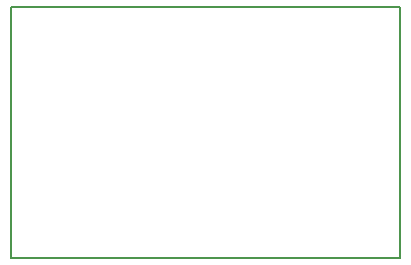
<source format=gbr>
G04 #@! TF.GenerationSoftware,KiCad,Pcbnew,5.0.0-fee4fd1~66~ubuntu18.04.1*
G04 #@! TF.CreationDate,2018-10-07T19:31:30+08:00*
G04 #@! TF.ProjectId,ws2812-stm32-interface,7773323831322D73746D33322D696E74,rev?*
G04 #@! TF.SameCoordinates,Original*
G04 #@! TF.FileFunction,Profile,NP*
%FSLAX46Y46*%
G04 Gerber Fmt 4.6, Leading zero omitted, Abs format (unit mm)*
G04 Created by KiCad (PCBNEW 5.0.0-fee4fd1~66~ubuntu18.04.1) date Sun Oct  7 19:31:30 2018*
%MOMM*%
%LPD*%
G01*
G04 APERTURE LIST*
%ADD10C,0.150000*%
G04 APERTURE END LIST*
D10*
X52750000Y-12750000D02*
X19750000Y-12750000D01*
X52750000Y-34000000D02*
X52750000Y-12750000D01*
X19750000Y-34000000D02*
X52750000Y-34000000D01*
X19750000Y-12750000D02*
X19750000Y-34000000D01*
M02*

</source>
